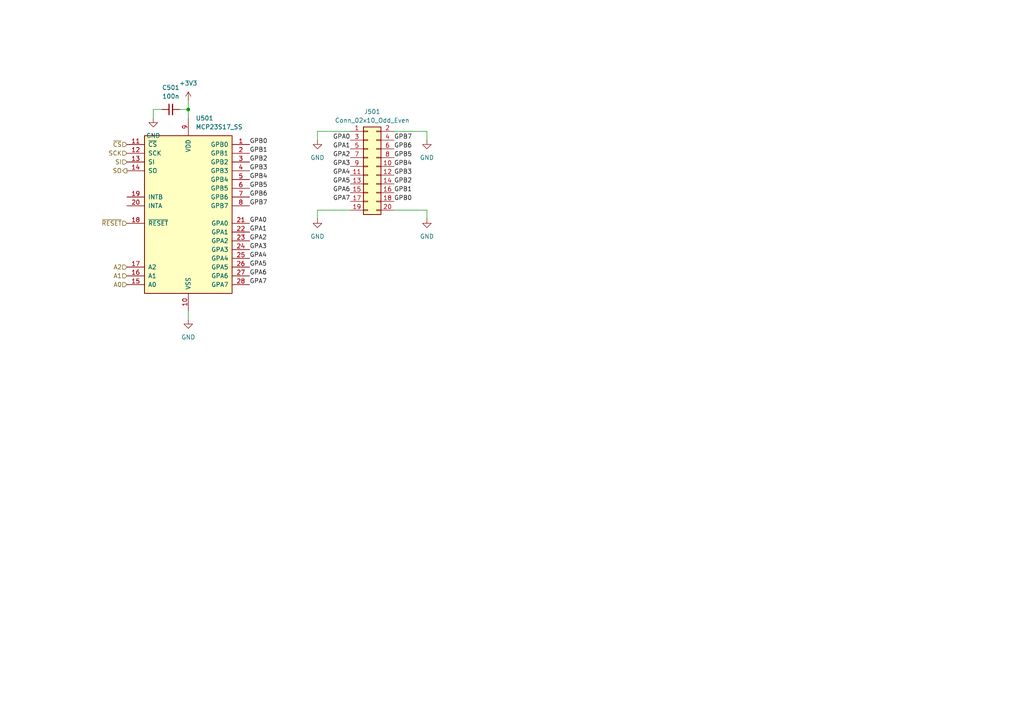
<source format=kicad_sch>
(kicad_sch (version 20250114) (generator "eeschema") (generator_version "9.0")
  (paper "A4")
  (lib_symbols
    (symbol "Connector_Generic:Conn_02x10_Odd_Even" (pin_names (offset 1.016) (hide yes))
      (property "Reference" "J" (at 1.27 12.7 0))
      (property "Value" "Conn_02x10_Odd_Even" (at 1.27 -15.24 0))
      (symbol "Conn_02x10_Odd_Even_1_1"
        (rectangle (start -1.27 11.43) (end 3.81 -13.97) (stroke (width 0.254)) (fill (type background)))
        (rectangle (start -1.27 10.287) (end 0 10.033) (stroke (width 0.1524)))
        (rectangle (start -1.27 7.747) (end 0 7.493) (stroke (width 0.1524)))
        (rectangle (start -1.27 5.207) (end 0 4.953) (stroke (width 0.1524)))
        (rectangle (start -1.27 2.667) (end 0 2.413) (stroke (width 0.1524)))
        (rectangle (start -1.27 0.127) (end 0 -0.127) (stroke (width 0.1524)))
        (rectangle (start -1.27 -2.413) (end 0 -2.667) (stroke (width 0.1524)))
        (rectangle (start -1.27 -4.953) (end 0 -5.207) (stroke (width 0.1524)))
        (rectangle (start -1.27 -7.493) (end 0 -7.747) (stroke (width 0.1524)))
        (rectangle (start -1.27 -10.033) (end 0 -10.287) (stroke (width 0.1524)))
        (rectangle (start -1.27 -12.573) (end 0 -12.827) (stroke (width 0.1524)))
        (rectangle (start 3.81 10.287) (end 2.54 10.033) (stroke (width 0.1524)))
        (rectangle (start 3.81 7.747) (end 2.54 7.493) (stroke (width 0.1524)))
        (rectangle (start 3.81 5.207) (end 2.54 4.953) (stroke (width 0.1524)))
        (rectangle (start 3.81 2.667) (end 2.54 2.413) (stroke (width 0.1524)))
        (rectangle (start 3.81 0.127) (end 2.54 -0.127) (stroke (width 0.1524)))
        (rectangle (start 3.81 -2.413) (end 2.54 -2.667) (stroke (width 0.1524)))
        (rectangle (start 3.81 -4.953) (end 2.54 -5.207) (stroke (width 0.1524)))
        (rectangle (start 3.81 -7.493) (end 2.54 -7.747) (stroke (width 0.1524)))
        (rectangle (start 3.81 -10.033) (end 2.54 -10.287) (stroke (width 0.1524)))
        (rectangle (start 3.81 -12.573) (end 2.54 -12.827) (stroke (width 0.1524)))
        (pin passive line (at -5.08 10.16 0) (length 3.81) (name "Pin_1") (number "1"))
        (pin passive line (at -5.08 7.62 0) (length 3.81) (name "Pin_3") (number "3"))
        (pin passive line (at -5.08 5.08 0) (length 3.81) (name "Pin_5") (number "5"))
        (pin passive line (at -5.08 2.54 0) (length 3.81) (name "Pin_7") (number "7"))
        (pin passive line (at -5.08 0 0) (length 3.81) (name "Pin_9") (number "9"))
        (pin passive line (at -5.08 -2.54 0) (length 3.81) (name "Pin_11") (number "11"))
        (pin passive line (at -5.08 -5.08 0) (length 3.81) (name "Pin_13") (number "13"))
        (pin passive line (at -5.08 -7.62 0) (length 3.81) (name "Pin_15") (number "15"))
        (pin passive line (at -5.08 -10.16 0) (length 3.81) (name "Pin_17") (number "17"))
        (pin passive line (at -5.08 -12.7 0) (length 3.81) (name "Pin_19") (number "19"))
        (pin passive line (at 7.62 10.16 180) (length 3.81) (name "Pin_2") (number "2"))
        (pin passive line (at 7.62 7.62 180) (length 3.81) (name "Pin_4") (number "4"))
        (pin passive line (at 7.62 5.08 180) (length 3.81) (name "Pin_6") (number "6"))
        (pin passive line (at 7.62 2.54 180) (length 3.81) (name "Pin_8") (number "8"))
        (pin passive line (at 7.62 0 180) (length 3.81) (name "Pin_10") (number "10"))
        (pin passive line (at 7.62 -2.54 180) (length 3.81) (name "Pin_12") (number "12"))
        (pin passive line (at 7.62 -5.08 180) (length 3.81) (name "Pin_14") (number "14"))
        (pin passive line (at 7.62 -7.62 180) (length 3.81) (name "Pin_16") (number "16"))
        (pin passive line (at 7.62 -10.16 180) (length 3.81) (name "Pin_18") (number "18"))
        (pin passive line (at 7.62 -12.7 180) (length 3.81) (name "Pin_20") (number "20"))
      )
    )
    (symbol "Device:C_Small" (pin_numbers (hide yes)) (pin_names (offset 0.254) (hide yes))
      (property "Reference" "C" (at 0.254 1.778 0))
      (property "Value" "C_Small" (at 0.254 -2.032 0))
      (symbol "C_Small_0_1"
        (polyline (pts (xy -1.524 0.508) (xy 1.524 0.508)) (stroke (width 0.3048)))
        (polyline (pts (xy -1.524 -0.508) (xy 1.524 -0.508)) (stroke (width 0.3302)))
      )
      (symbol "C_Small_1_1"
        (pin passive line (at 0 2.54 270) (length 2.032) (name "~") (number "1"))
        (pin passive line (at 0 -2.54 90) (length 2.032) (name "~") (number "2"))
      )
    )
    (symbol "Interface_Expansion:MCP23S17_SS" (pin_names (offset 1.016))
      (property "Reference" "U" (at -11.43 24.13 0))
      (property "Value" "MCP23S17_SS" (at 0 0 0))
      (symbol "MCP23S17_SS_0_1"
        (rectangle (start -12.7 22.86) (end 12.7 -22.86) (stroke (width 0.254)) (fill (type background)))
      )
      (symbol "MCP23S17_SS_1_1"
        (pin input line (at -17.78 20.32 0) (length 5.08) (name "~{CS}") (number "11"))
        (pin input line (at -17.78 17.78 0) (length 5.08) (name "SCK") (number "12"))
        (pin input line (at -17.78 15.24 0) (length 5.08) (name "SI") (number "13"))
        (pin output line (at -17.78 12.7 0) (length 5.08) (name "SO") (number "14"))
        (pin tri_state line (at -17.78 5.08 0) (length 5.08) (name "INTB") (number "19"))
        (pin tri_state line (at -17.78 2.54 0) (length 5.08) (name "INTA") (number "20"))
        (pin input line (at -17.78 -2.54 0) (length 5.08) (name "~{RESET}") (number "18"))
        (pin input line (at -17.78 -15.24 0) (length 5.08) (name "A2") (number "17"))
        (pin input line (at -17.78 -17.78 0) (length 5.08) (name "A1") (number "16"))
        (pin input line (at -17.78 -20.32 0) (length 5.08) (name "A0") (number "15"))
        (pin power_in line (at 0 27.94 270) (length 5.08) (name "VDD") (number "9"))
        (pin power_in line (at 0 -27.94 90) (length 5.08) (name "VSS") (number "10"))
        (pin bidirectional line (at 17.78 20.32 180) (length 5.08) (name "GPB0") (number "1"))
        (pin bidirectional line (at 17.78 17.78 180) (length 5.08) (name "GPB1") (number "2"))
        (pin bidirectional line (at 17.78 15.24 180) (length 5.08) (name "GPB2") (number "3"))
        (pin bidirectional line (at 17.78 12.7 180) (length 5.08) (name "GPB3") (number "4"))
        (pin bidirectional line (at 17.78 10.16 180) (length 5.08) (name "GPB4") (number "5"))
        (pin bidirectional line (at 17.78 7.62 180) (length 5.08) (name "GPB5") (number "6"))
        (pin bidirectional line (at 17.78 5.08 180) (length 5.08) (name "GPB6") (number "7"))
        (pin bidirectional line (at 17.78 2.54 180) (length 5.08) (name "GPB7") (number "8"))
        (pin bidirectional line (at 17.78 -2.54 180) (length 5.08) (name "GPA0") (number "21"))
        (pin bidirectional line (at 17.78 -5.08 180) (length 5.08) (name "GPA1") (number "22"))
        (pin bidirectional line (at 17.78 -7.62 180) (length 5.08) (name "GPA2") (number "23"))
        (pin bidirectional line (at 17.78 -10.16 180) (length 5.08) (name "GPA3") (number "24"))
        (pin bidirectional line (at 17.78 -12.7 180) (length 5.08) (name "GPA4") (number "25"))
        (pin bidirectional line (at 17.78 -15.24 180) (length 5.08) (name "GPA5") (number "26"))
        (pin bidirectional line (at 17.78 -17.78 180) (length 5.08) (name "GPA6") (number "27"))
        (pin bidirectional line (at 17.78 -20.32 180) (length 5.08) (name "GPA7") (number "28"))
      )
    )
    (symbol "power:+3V3" (power) (pin_numbers (hide yes)) (pin_names (offset 0) (hide yes))
      (property "Value" "+3V3" (at 0 3.556 0))
      (symbol "+3V3_0_1"
        (polyline (pts (xy -0.762 1.27) (xy 0 2.54)))
        (polyline (pts (xy 0 2.54) (xy 0.762 1.27)))
        (polyline (pts (xy 0 0) (xy 0 2.54)))
      )
      (symbol "+3V3_1_1"
        (pin power_in line (at 0 0 90) (length 0) (name "~") (number "1"))
      )
    )
    (symbol "power:GND" (power) (pin_numbers (hide yes)) (pin_names (offset 0) (hide yes))
      (property "Value" "GND" (at 0 -3.81 0))
      (symbol "GND_0_1"
        (polyline (pts (xy 0 0) (xy 0 -1.27) (xy 1.27 -1.27) (xy 0 -2.54) (xy -1.27 -1.27) (xy 0 -1.27)))
      )
      (symbol "GND_1_1"
        (pin power_in line (at 0 0 270) (length 0) (name "~") (number "1"))
      )
    )
  )
  (junction (at 54.61 31.75))
  (wire (pts (xy 92.075 40.64) (xy 92.075 38.1)))
  (wire (pts (xy 92.075 38.1) (xy 101.6 38.1)))
  (wire (pts (xy 54.61 92.71) (xy 54.61 90.17)))
  (wire (pts (xy 54.61 29.21) (xy 54.61 31.75)))
  (wire (pts (xy 123.825 60.96) (xy 114.3 60.96)))
  (wire (pts (xy 92.075 60.96) (xy 101.6 60.96)))
  (wire (pts (xy 123.825 63.5) (xy 123.825 60.96)))
  (wire (pts (xy 123.825 40.64) (xy 123.825 38.1)))
  (wire (pts (xy 52.07 31.75) (xy 54.61 31.75)))
  (wire (pts (xy 123.825 38.1) (xy 114.3 38.1)))
  (wire (pts (xy 44.45 31.75) (xy 46.99 31.75)))
  (wire (pts (xy 54.61 31.75) (xy 54.61 34.29)))
  (wire (pts (xy 44.45 34.29) (xy 44.45 31.75)))
  (wire (pts (xy 92.075 63.5) (xy 92.075 60.96)))
  (label "GPB1" (at 114.3 55.88 0))
  (label "GPB0" (at 72.39 41.91 0))
  (label "GPB5" (at 72.39 54.61 0))
  (label "GPA0" (at 72.39 64.77 0))
  (label "GPB3" (at 72.39 49.53 0))
  (label "GPB7" (at 72.39 59.69 0))
  (label "GPA2" (at 101.6 45.72 180))
  (label "GPB0" (at 114.3 58.42 0))
  (label "GPA1" (at 101.6 43.18 180))
  (label "GPA3" (at 101.6 48.26 180))
  (label "GPB4" (at 72.39 52.07 0))
  (label "GPA5" (at 101.6 53.34 180))
  (label "GPA2" (at 72.39 69.85 0))
  (label "GPB6" (at 114.3 43.18 0))
  (label "GPA4" (at 101.6 50.8 180))
  (label "GPA1" (at 72.39 67.31 0))
  (label "GPB7" (at 114.3 40.64 0))
  (label "GPA0" (at 101.6 40.64 180))
  (label "GPA6" (at 101.6 55.88 180))
  (label "GPB4" (at 114.3 48.26 0))
  (label "GPA5" (at 72.39 77.47 0))
  (label "GPB6" (at 72.39 57.15 0))
  (label "GPA4" (at 72.39 74.93 0))
  (label "GPA7" (at 101.6 58.42 180))
  (label "GPA3" (at 72.39 72.39 0))
  (label "GPB2" (at 114.3 53.34 0))
  (label "GPA7" (at 72.39 82.55 0))
  (label "GPB3" (at 114.3 50.8 0))
  (label "GPA6" (at 72.39 80.01 0))
  (label "GPB2" (at 72.39 46.99 0))
  (label "GPB1" (at 72.39 44.45 0))
  (label "GPB5" (at 114.3 45.72 0))
  (hierarchical_label "~{CS}" (shape input) (at 36.83 41.91 180))
  (hierarchical_label "A2" (shape input) (at 36.83 77.47 180))
  (hierarchical_label "A1" (shape input) (at 36.83 80.01 180))
  (hierarchical_label "~{RESET}" (shape input) (at 36.83 64.77 180))
  (hierarchical_label "SI" (shape input) (at 36.83 46.99 180))
  (hierarchical_label "SCK" (shape input) (at 36.83 44.45 180))
  (hierarchical_label "A0" (shape input) (at 36.83 82.55 180))
  (hierarchical_label "SO" (shape output) (at 36.83 49.53 180))
  (symbol (lib_id "power:GND") (at 92.075 63.5 0) (unit 1)
    (property "Reference" "#PWR0404" (effects (hide yes)))
    (property "Value" "GND" (at 92.075 68.58 0))
    (property "Description" "Power symbol creates a global label with name \"GND\" , ground" (effects (hide yes)))
    (instances (project "NiController_main" (path "" (reference "#PWR0504") (unit 1)) (path "" (reference "#PWR0404") (unit 1)) (path "" (reference "#PWR0604") (unit 1)) (path "" (reference "#PWR0704") (unit 1))))
  )
  (symbol (lib_id "power:GND") (at 123.825 63.5 0) (unit 1)
    (property "Reference" "#PWR0406" (effects (hide yes)))
    (property "Value" "GND" (at 123.825 68.58 0))
    (property "Description" "Power symbol creates a global label with name \"GND\" , ground" (effects (hide yes)))
    (instances (project "NiController_main" (path "" (reference "#PWR0506") (unit 1)) (path "" (reference "#PWR0406") (unit 1)) (path "" (reference "#PWR0606") (unit 1)) (path "" (reference "#PWR0706") (unit 1))))
  )
  (symbol (lib_id "power:GND") (at 123.825 40.64 0) (unit 1)
    (property "Reference" "#PWR0405" (effects (hide yes)))
    (property "Value" "GND" (at 123.825 45.72 0))
    (property "Description" "Power symbol creates a global label with name \"GND\" , ground" (effects (hide yes)))
    (instances (project "NiController_main" (path "" (reference "#PWR0505") (unit 1)) (path "" (reference "#PWR0405") (unit 1)) (path "" (reference "#PWR0605") (unit 1)) (path "" (reference "#PWR0705") (unit 1))))
  )
  (symbol (lib_id "Connector_Generic:Conn_02x10_Odd_Even") (at 106.68 48.26 0) (unit 1)
    (property "Reference" "J401" (at 107.95 32.385 0))
    (property "Value" "Conn_02x10_Odd_Even" (at 107.95 34.925 0))
    (property "Footprint" "Connector_IDC:IDC-Header_2x10_P2.54mm_Vertical" (effects (hide yes)))
    (property "Description" "Generic connector, double row, 02x10, odd/even pin numbering scheme (row 1 odd numbers, row 2 even numbers), script generated (kicad-library-utils/schlib/autogen/connector/)" (effects (hide yes)))
    (instances (project "NiController_main" (path "" (reference "J501") (unit 1)) (path "" (reference "J401") (unit 1)) (path "" (reference "J601") (unit 1)) (path "" (reference "J701") (unit 1))))
  )
  (symbol (lib_id "power:GND") (at 54.61 92.71 0) (unit 1)
    (property "Reference" "#PWR0402" (effects (hide yes)))
    (property "Value" "GND" (at 54.61 97.79 0))
    (property "Description" "Power symbol creates a global label with name \"GND\" , ground" (effects (hide yes)))
    (instances (project "NiController_main" (path "" (reference "#PWR0502") (unit 1)) (path "" (reference "#PWR0402") (unit 1)) (path "" (reference "#PWR0602") (unit 1)) (path "" (reference "#PWR0702") (unit 1))))
  )
  (symbol (lib_id "power:GND") (at 92.075 40.64 0) (unit 1)
    (property "Reference" "#PWR0403" (effects (hide yes)))
    (property "Value" "GND" (at 92.075 45.72 0))
    (property "Description" "Power symbol creates a global label with name \"GND\" , ground" (effects (hide yes)))
    (instances (project "NiController_main" (path "" (reference "#PWR0503") (unit 1)) (path "" (reference "#PWR0403") (unit 1)) (path "" (reference "#PWR0603") (unit 1)) (path "" (reference "#PWR0703") (unit 1))))
  )
  (symbol (lib_id "Interface_Expansion:MCP23S17_SS") (at 54.61 62.23 0) (unit 1)
    (property "Reference" "U401" (at 56.7533 34.29 0) (effects (justify left)))
    (property "Value" "MCP23S17_SS" (at 56.7533 36.83 0) (effects (justify left)))
    (property "Footprint" "Package_SO:SSOP-28_5.3x10.2mm_P0.65mm" (effects (hide yes)))
    (property "Datasheet" "http://ww1.microchip.com/downloads/en/DeviceDoc/20001952C.pdf" (effects (hide yes)))
    (property "Description" "16-bit I/O expander, I2C, interrupts, w pull-ups, SSOP-28" (effects (hide yes)))
    (instances (project "NiController_main" (path "" (reference "U501") (unit 1)) (path "" (reference "U401") (unit 1)) (path "" (reference "U601") (unit 1)) (path "" (reference "U701") (unit 1))))
  )
  (symbol (lib_id "Device:C_Small") (at 49.53 31.75 90) (unit 1)
    (property "Reference" "C401" (at 49.5363 25.4 90))
    (property "Value" "100n" (at 49.5363 27.94 90))
    (property "Footprint" "Capacitor_SMD:C_0603_1608Metric" (effects (hide yes)))
    (property "Description" "Unpolarized capacitor, small symbol" (effects (hide yes)))
    (instances (project "NiController_main" (path "" (reference "C501") (unit 1)) (path "" (reference "C401") (unit 1)) (path "" (reference "C601") (unit 1)) (path "" (reference "C701") (unit 1))))
  )
  (symbol (lib_id "power:GND") (at 44.45 34.29 0) (unit 1)
    (property "Reference" "#PWR0401" (effects (hide yes)))
    (property "Value" "GND" (at 44.45 39.37 0))
    (property "Description" "Power symbol creates a global label with name \"GND\" , ground" (effects (hide yes)))
    (instances (project "NiController_main" (path "" (reference "#PWR0501") (unit 1)) (path "" (reference "#PWR0401") (unit 1)) (path "" (reference "#PWR0601") (unit 1)) (path "" (reference "#PWR0701") (unit 1))))
  )
  (symbol (lib_id "power:+3V3") (at 54.61 29.21 0) (unit 1)
    (property "Reference" "#PWR0322" (effects (hide yes)))
    (property "Value" "+3V3" (at 54.61 24.13 0))
    (property "Description" "Power symbol creates a global label with name \"+3V3\"" (effects (hide yes)))
    (instances (project "NiController_main" (path "" (reference "#PWR0323") (unit 1)) (path "" (reference "#PWR0322") (unit 1)) (path "" (reference "#PWR0324") (unit 1)) (path "" (reference "#PWR0325") (unit 1))))
  )
)
</source>
